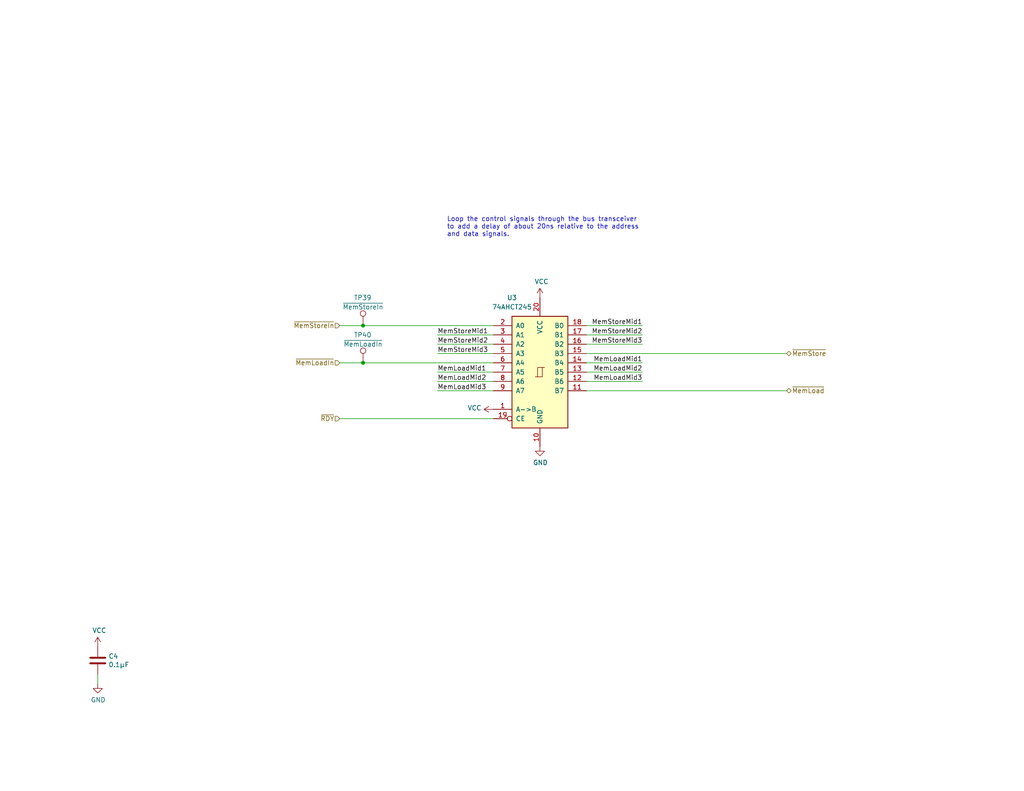
<source format=kicad_sch>
(kicad_sch (version 20250114) (generator "eeschema") (generator_version "9.0")
  (paper "USLetter")
  (title_block (title "Buffer Memory Control Signals") (date "2023-11-07") (rev "D"))
  (lib_symbols
    (symbol "74xx:74LS245" (pin_names (offset 1.016))
      (property "Reference" "U" (at -7.62 16.51 0))
      (property "Value" "74LS245" (at -7.62 -16.51 0))
      (symbol "74LS245_1_0"
        (polyline (pts (xy -1.27 -1.27) (xy 0.635 -1.27) (xy 0.635 1.27) (xy 1.27 1.27)))
        (polyline (pts (xy -0.635 -1.27) (xy -0.635 1.27) (xy 0.635 1.27)))
        (pin tri_state line (at -12.7 12.7 0) (length 5.08) (name "A0") (number "2"))
        (pin tri_state line (at -12.7 10.16 0) (length 5.08) (name "A1") (number "3"))
        (pin tri_state line (at -12.7 7.62 0) (length 5.08) (name "A2") (number "4"))
        (pin tri_state line (at -12.7 5.08 0) (length 5.08) (name "A3") (number "5"))
        (pin tri_state line (at -12.7 2.54 0) (length 5.08) (name "A4") (number "6"))
        (pin tri_state line (at -12.7 0 0) (length 5.08) (name "A5") (number "7"))
        (pin tri_state line (at -12.7 -2.54 0) (length 5.08) (name "A6") (number "8"))
        (pin tri_state line (at -12.7 -5.08 0) (length 5.08) (name "A7") (number "9"))
        (pin input line (at -12.7 -10.16 0) (length 5.08) (name "A->B") (number "1"))
        (pin input inverted (at -12.7 -12.7 0) (length 5.08) (name "CE") (number "19"))
        (pin power_in line (at 0 20.32 270) (length 5.08) (name "VCC") (number "20"))
        (pin power_in line (at 0 -20.32 90) (length 5.08) (name "GND") (number "10"))
        (pin tri_state line (at 12.7 12.7 180) (length 5.08) (name "B0") (number "18"))
        (pin tri_state line (at 12.7 10.16 180) (length 5.08) (name "B1") (number "17"))
        (pin tri_state line (at 12.7 7.62 180) (length 5.08) (name "B2") (number "16"))
        (pin tri_state line (at 12.7 5.08 180) (length 5.08) (name "B3") (number "15"))
        (pin tri_state line (at 12.7 2.54 180) (length 5.08) (name "B4") (number "14"))
        (pin tri_state line (at 12.7 0 180) (length 5.08) (name "B5") (number "13"))
        (pin tri_state line (at 12.7 -2.54 180) (length 5.08) (name "B6") (number "12"))
        (pin tri_state line (at 12.7 -5.08 180) (length 5.08) (name "B7") (number "11"))
      )
      (symbol "74LS245_1_1"
        (rectangle (start -7.62 15.24) (end 7.62 -15.24) (stroke (width 0.254)) (fill (type background)))
      )
    )
    (symbol "Connector:TestPoint" (pin_numbers (hide yes)) (pin_names (offset 0.762) (hide yes))
      (property "Reference" "TP" (at 0 6.858 0))
      (property "Value" "TestPoint" (at 0 5.08 0))
      (symbol "TestPoint_0_1"
        (circle (center 0 3.302) (radius 0.762))
      )
      (symbol "TestPoint_1_1"
        (pin passive line (at 0 0 90) (length 2.54) (name "1") (number "1"))
      )
    )
    (symbol "Device:C" (pin_numbers (hide yes)) (pin_names (offset 0.254))
      (property "Reference" "C" (at 0.635 2.54 0))
      (property "Value" "C" (at 0.635 -2.54 0))
      (symbol "C_0_1"
        (polyline (pts (xy -2.032 0.762) (xy 2.032 0.762)) (stroke (width 0.508)))
        (polyline (pts (xy -2.032 -0.762) (xy 2.032 -0.762)) (stroke (width 0.508)))
      )
      (symbol "C_1_1"
        (pin passive line (at 0 3.81 270) (length 2.794) (name "~") (number "1"))
        (pin passive line (at 0 -3.81 90) (length 2.794) (name "~") (number "2"))
      )
    )
    (symbol "power:GND" (power) (pin_names (offset 0))
      (property "Value" "GND" (at 0 -3.81 0))
      (symbol "GND_0_1"
        (polyline (pts (xy 0 0) (xy 0 -1.27) (xy 1.27 -1.27) (xy 0 -2.54) (xy -1.27 -1.27) (xy 0 -1.27)))
      )
      (symbol "GND_1_1"
        (pin power_in line (at 0 0 270) (length 0) (hide yes) (name "GND") (number "1"))
      )
    )
    (symbol "power:VCC" (power) (pin_names (offset 0))
      (property "Value" "VCC" (at 0 3.81 0))
      (symbol "VCC_0_1"
        (polyline (pts (xy -0.762 1.27) (xy 0 2.54)))
        (polyline (pts (xy 0 2.54) (xy 0.762 1.27)))
        (polyline (pts (xy 0 0) (xy 0 2.54)))
      )
      (symbol "VCC_1_1"
        (pin power_in line (at 0 0 90) (length 0) (hide yes) (name "VCC") (number "1"))
      )
    )
  )
  (text "Loop the control signals through the bus transceiver\nto add a delay of about 20ns relative to the address\nand data signals." (at 121.92 64.77 0) (effects (font (size 1.27 1.27)) (justify left bottom)))
  (junction (at 99.06 88.9))
  (junction (at 99.06 99.06))
  (wire (pts (xy 160.02 93.98) (xy 175.26 93.98)))
  (wire (pts (xy 26.67 186.69) (xy 26.67 184.15)))
  (wire (pts (xy 160.02 101.6) (xy 175.26 101.6)))
  (wire (pts (xy 160.02 91.44) (xy 175.26 91.44)))
  (wire (pts (xy 134.62 91.44) (xy 119.38 91.44)))
  (wire (pts (xy 160.02 96.52) (xy 214.63 96.52)))
  (wire (pts (xy 134.62 93.98) (xy 119.38 93.98)))
  (wire (pts (xy 160.02 106.68) (xy 214.63 106.68)))
  (wire (pts (xy 134.62 101.6) (xy 119.38 101.6)))
  (wire (pts (xy 160.02 99.06) (xy 175.26 99.06)))
  (wire (pts (xy 92.71 88.9) (xy 99.06 88.9)))
  (wire (pts (xy 134.62 104.14) (xy 119.38 104.14)))
  (wire (pts (xy 160.02 88.9) (xy 175.26 88.9)))
  (wire (pts (xy 160.02 104.14) (xy 175.26 104.14)))
  (wire (pts (xy 134.62 106.68) (xy 119.38 106.68)))
  (wire (pts (xy 92.71 99.06) (xy 99.06 99.06)))
  (wire (pts (xy 92.71 114.3) (xy 134.62 114.3)))
  (wire (pts (xy 134.62 96.52) (xy 119.38 96.52)))
  (wire (pts (xy 99.06 88.9) (xy 134.62 88.9)))
  (wire (pts (xy 99.06 99.06) (xy 134.62 99.06)))
  (label "MemLoadMid3" (at 119.38 106.68 0))
  (label "MemStoreMid3" (at 119.38 96.52 0))
  (label "MemStoreMid2" (at 175.26 91.44 180))
  (label "MemStoreMid1" (at 119.38 91.44 0))
  (label "MemLoadMid3" (at 175.26 104.14 180))
  (label "MemStoreMid1" (at 175.26 88.9 180))
  (label "MemLoadMid1" (at 175.26 99.06 180))
  (label "MemStoreMid2" (at 119.38 93.98 0))
  (label "MemLoadMid2" (at 175.26 101.6 180))
  (label "MemStoreMid3" (at 175.26 93.98 180))
  (label "MemLoadMid1" (at 119.38 101.6 0))
  (label "MemLoadMid2" (at 119.38 104.14 0))
  (hierarchical_label "~{MemLoad}" (shape tri_state) (at 214.63 106.68 0))
  (hierarchical_label "~{MemLoadIn}" (shape input) (at 92.71 99.06 180))
  (hierarchical_label "~{MemStoreIn}" (shape input) (at 92.71 88.9 180))
  (hierarchical_label "~{RDY}" (shape input) (at 92.71 114.3 180))
  (hierarchical_label "~{MemStore}" (shape tri_state) (at 214.63 96.52 0))
  (symbol (lib_id "Device:C") (at 26.67 180.34 0) (unit 1)
    (property "Reference" "C4" (at 29.591 179.1716 0) (effects (justify left)))
    (property "Value" "0.1μF" (at 29.591 181.483 0) (effects (justify left)))
    (property "Footprint" "Capacitor_SMD:C_0603_1608Metric_Pad1.08x0.95mm_HandSolder" (effects (hide yes)))
    (property "Mouser" "https://www.mouser.com/ProductDetail/963-EMK107B7104KAHT" (effects (hide yes)))
  )
  (symbol (lib_id "power:VCC") (at 26.67 176.53 0) (unit 1)
    (property "Reference" "#PWR075" (effects (hide yes)))
    (property "Value" "VCC" (at 27.1018 172.1358 0))
  )
  (symbol (lib_id "power:GND") (at 26.67 186.69 0) (unit 1)
    (property "Reference" "#PWR076" (effects (hide yes)))
    (property "Value" "GND" (at 26.797 191.0842 0))
  )
  (symbol (lib_id "74xx:74LS245") (at 147.32 101.6 0) (unit 1)
    (property "Reference" "U3" (at 139.7 81.28 0))
    (property "Value" "74AHCT245" (at 139.7 83.82 0))
    (property "Footprint" "Package_SO:TSSOP-20_4.4x6.5mm_P0.65mm" (effects (hide yes)))
    (property "Datasheet" "http://www.ti.com/lit/gpn/sn74LS245" (effects (hide yes)))
    (property "Mouser" "https://www.mouser.com/ProductDetail/Nexperia/74AHCT245APWJ?qs=u4fy%2FsgLU9Nfcswc3zVmFw%3D%3D" (effects (hide yes)))
  )
  (symbol (lib_id "power:VCC") (at 147.32 81.28 0) (unit 1)
    (property "Reference" "#PWR084" (effects (hide yes)))
    (property "Value" "VCC" (at 147.7518 76.8858 0))
  )
  (symbol (lib_id "power:GND") (at 147.32 121.92 0) (unit 1)
    (property "Reference" "#PWR085" (effects (hide yes)))
    (property "Value" "GND" (at 147.447 126.3142 0))
  )
  (symbol (lib_id "power:VCC") (at 134.62 111.76 90) (unit 1)
    (property "Reference" "#PWR083" (effects (hide yes)))
    (property "Value" "VCC" (at 131.3942 111.379 90) (effects (justify left)))
  )
  (symbol (lib_id "Connector:TestPoint") (at 99.06 99.06 0) (unit 1)
    (property "Reference" "TP40" (at 96.52 91.44 0) (effects (justify left)))
    (property "Value" "~{MemLoadIn}" (at 99.06 93.98 0))
    (property "Footprint" "TestPoint:TestPoint_Pad_D1.0mm" (effects (hide yes)))
  )
  (symbol (lib_id "Connector:TestPoint") (at 99.06 88.9 0) (unit 1)
    (property "Reference" "TP39" (at 96.52 81.28 0) (effects (justify left)))
    (property "Value" "~{MemStoreIn}" (at 99.06 83.82 0))
    (property "Footprint" "TestPoint:TestPoint_Pad_D1.0mm" (effects (hide yes)))
  )
)
</source>
